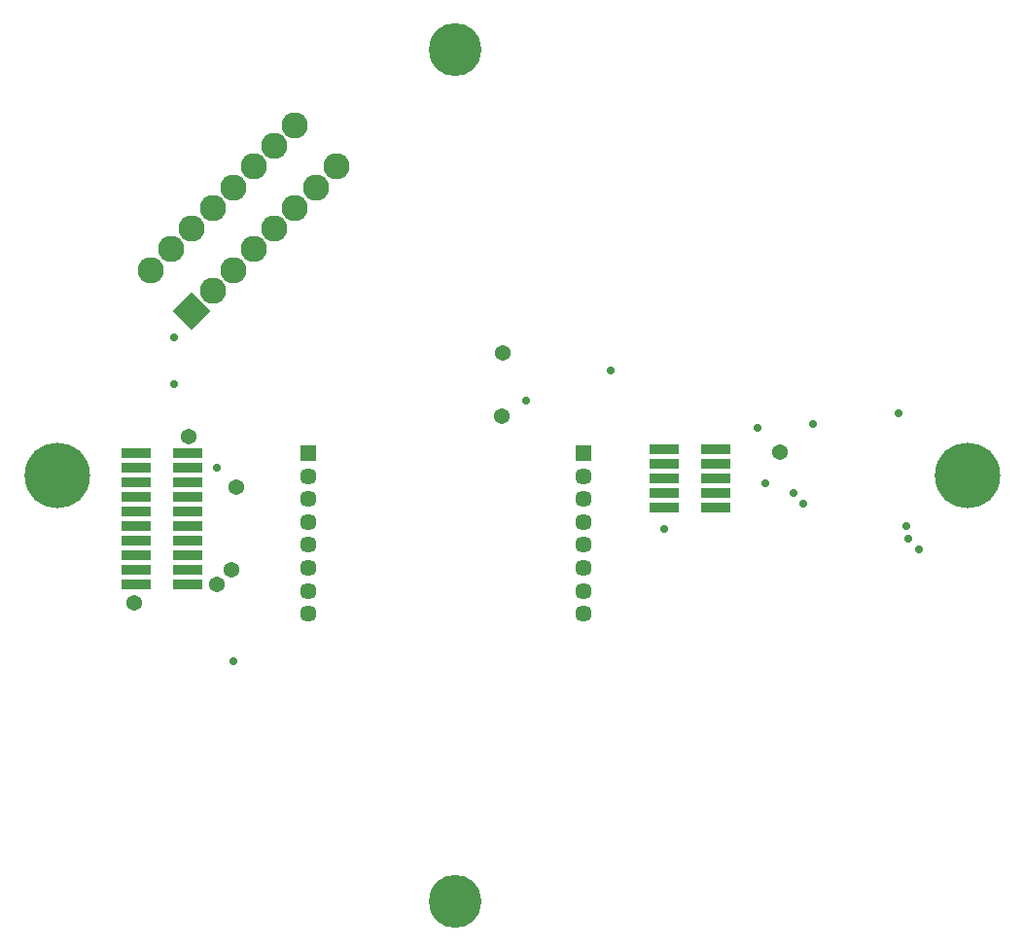
<source format=gbs>
G04*
G04 #@! TF.GenerationSoftware,Altium Limited,Altium Designer,21.4.1 (30)*
G04*
G04 Layer_Color=16711935*
%FSLAX25Y25*%
%MOIN*%
G70*
G04*
G04 #@! TF.SameCoordinates,E1CA7C7D-416C-4424-9A17-3CD1BDAA3B9A*
G04*
G04*
G04 #@! TF.FilePolarity,Negative*
G04*
G01*
G75*
%ADD18C,0.22428*%
%ADD19C,0.08963*%
%ADD20P,0.12676X4X90.0*%
%ADD21C,0.05715*%
%ADD22R,0.05715X0.05715*%
%ADD23C,0.18117*%
%ADD24C,0.02800*%
%ADD25C,0.05400*%
%ADD39R,0.10243X0.03392*%
D18*
X-156000Y0D02*
D03*
X156000D02*
D03*
D19*
X-74458Y119842D02*
D03*
X-60316Y105700D02*
D03*
X-81529Y112771D02*
D03*
X-67387Y98629D02*
D03*
X-88600Y105700D02*
D03*
X-74458Y91558D02*
D03*
X-95671Y98629D02*
D03*
X-81529Y84487D02*
D03*
X-102742Y91558D02*
D03*
X-88600Y77416D02*
D03*
X-109813Y84487D02*
D03*
X-95671Y70345D02*
D03*
X-116884Y77416D02*
D03*
X-102742Y63274D02*
D03*
X-123955Y70345D02*
D03*
D20*
X-109813Y56203D02*
D03*
D21*
X24500Y-315D02*
D03*
Y-47559D02*
D03*
Y-39685D02*
D03*
Y-8189D02*
D03*
Y-16063D02*
D03*
Y-23937D02*
D03*
Y-31811D02*
D03*
X-70000Y-39685D02*
D03*
Y-47559D02*
D03*
Y-31811D02*
D03*
Y-315D02*
D03*
Y-8189D02*
D03*
Y-16063D02*
D03*
Y-23937D02*
D03*
D22*
X24500Y7559D02*
D03*
X-70000D02*
D03*
D23*
X-19700Y-146000D02*
D03*
Y146000D02*
D03*
D24*
X96300Y-6000D02*
D03*
X86900Y-2700D02*
D03*
X99600Y-9700D02*
D03*
X-115900Y47200D02*
D03*
X-116000Y31100D02*
D03*
X-101200Y2400D02*
D03*
X52223Y-18342D02*
D03*
X102946Y17568D02*
D03*
X33700Y35900D02*
D03*
X-95500Y-63900D02*
D03*
X135200Y-17600D02*
D03*
X135900Y-21900D02*
D03*
X139272Y-25591D02*
D03*
X4900Y25500D02*
D03*
X84100Y16300D02*
D03*
X132474Y21325D02*
D03*
D25*
X91700Y7900D02*
D03*
X-101200Y-37400D02*
D03*
X-129700Y-43900D02*
D03*
X-3400Y41900D02*
D03*
X-111000Y13200D02*
D03*
X-3500Y20200D02*
D03*
X-94500Y-4000D02*
D03*
X-96300Y-32500D02*
D03*
D39*
X-111142Y-37500D02*
D03*
X-128858D02*
D03*
X-111142Y-32500D02*
D03*
X-128858D02*
D03*
X-111142Y-27500D02*
D03*
X-128858D02*
D03*
X-111142Y-22500D02*
D03*
X-128858D02*
D03*
X-111142Y-17500D02*
D03*
X-128858D02*
D03*
X-111142Y-12500D02*
D03*
X-128858D02*
D03*
X-111142Y-7500D02*
D03*
X-128858D02*
D03*
X-111142Y-2500D02*
D03*
X-128858D02*
D03*
X-111142Y2500D02*
D03*
X-128858D02*
D03*
X-111142Y7500D02*
D03*
X-128858D02*
D03*
X69858Y-11000D02*
D03*
X52142D02*
D03*
X69858Y-6000D02*
D03*
Y-1000D02*
D03*
X52142D02*
D03*
X69858Y4000D02*
D03*
X52142D02*
D03*
X69858Y9000D02*
D03*
X52142D02*
D03*
Y-6000D02*
D03*
M02*

</source>
